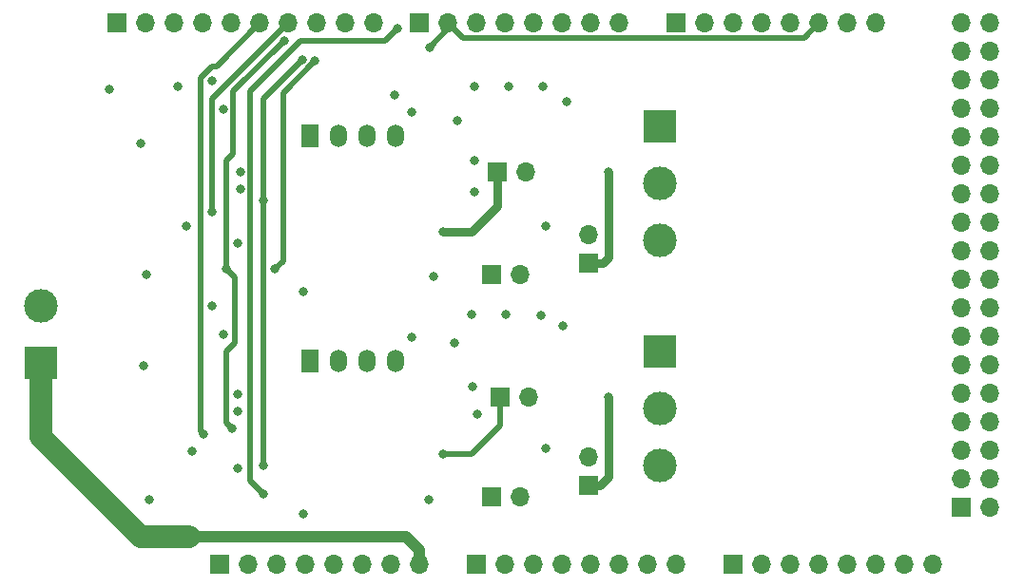
<source format=gbl>
%TF.GenerationSoftware,KiCad,Pcbnew,(6.0.9)*%
%TF.CreationDate,2022-11-14T07:28:00+00:00*%
%TF.ProjectId,mega485,6d656761-3438-4352-9e6b-696361645f70,rev?*%
%TF.SameCoordinates,Original*%
%TF.FileFunction,Copper,L4,Bot*%
%TF.FilePolarity,Positive*%
%FSLAX46Y46*%
G04 Gerber Fmt 4.6, Leading zero omitted, Abs format (unit mm)*
G04 Created by KiCad (PCBNEW (6.0.9)) date 2022-11-14 07:28:00*
%MOMM*%
%LPD*%
G01*
G04 APERTURE LIST*
%TA.AperFunction,ComponentPad*%
%ADD10O,1.700000X1.700000*%
%TD*%
%TA.AperFunction,ComponentPad*%
%ADD11R,1.700000X1.700000*%
%TD*%
%TA.AperFunction,ComponentPad*%
%ADD12C,3.000000*%
%TD*%
%TA.AperFunction,ComponentPad*%
%ADD13R,3.000000X3.000000*%
%TD*%
%TA.AperFunction,ComponentPad*%
%ADD14R,1.500000X2.000000*%
%TD*%
%TA.AperFunction,ComponentPad*%
%ADD15O,1.500000X2.000000*%
%TD*%
%TA.AperFunction,ViaPad*%
%ADD16C,0.800000*%
%TD*%
%TA.AperFunction,Conductor*%
%ADD17C,0.500000*%
%TD*%
%TA.AperFunction,Conductor*%
%ADD18C,0.750000*%
%TD*%
%TA.AperFunction,Conductor*%
%ADD19C,1.000000*%
%TD*%
%TA.AperFunction,Conductor*%
%ADD20C,2.000000*%
%TD*%
G04 APERTURE END LIST*
D10*
%TO.P,J15,2,Pin_2*%
%TO.N,Net-(J9-Pad3)*%
X160782000Y-87889000D03*
D11*
%TO.P,J15,1,Pin_1*%
%TO.N,Net-(J15-Pad1)*%
X160782000Y-90429000D03*
%TD*%
D10*
%TO.P,J14,2,Pin_2*%
%TO.N,ISO5VB*%
X154686000Y-91440000D03*
D11*
%TO.P,J14,1,Pin_1*%
%TO.N,Net-(J14-Pad1)*%
X152146000Y-91440000D03*
%TD*%
%TO.P,J13,1,Pin_1*%
%TO.N,Net-(J13-Pad1)*%
X152903000Y-82550000D03*
D10*
%TO.P,J13,2,Pin_2*%
%TO.N,ISOGNDB*%
X155443000Y-82550000D03*
%TD*%
D11*
%TO.P,J12,1,Pin_1*%
%TO.N,Net-(J12-Pad1)*%
X160782000Y-70617000D03*
D10*
%TO.P,J12,2,Pin_2*%
%TO.N,Net-(D11-Pad1)*%
X160782000Y-68077000D03*
%TD*%
D11*
%TO.P,J11,1,Pin_1*%
%TO.N,Net-(J11-Pad1)*%
X152141000Y-71628000D03*
D10*
%TO.P,J11,2,Pin_2*%
%TO.N,ISOGNDA*%
X154681000Y-71628000D03*
%TD*%
D11*
%TO.P,J10,1,Pin_1*%
%TO.N,Net-(J10-Pad1)*%
X152654000Y-62484000D03*
D10*
%TO.P,J10,2,Pin_2*%
%TO.N,ISOGNDA*%
X155194000Y-62484000D03*
%TD*%
D12*
%TO.P,J16,2,Pin_2*%
%TO.N,GND*%
X112014000Y-74422000D03*
D13*
%TO.P,J16,1,Pin_1*%
%TO.N,+12V*%
X112014000Y-79502000D03*
%TD*%
D11*
%TO.P,J7,1,Pin_1*%
%TO.N,GND*%
X193980000Y-92380000D03*
D10*
%TO.P,J7,2,Pin_2*%
X196520000Y-92380000D03*
%TO.P,J7,3,Pin_3*%
%TO.N,/\u002A52*%
X193980000Y-89840000D03*
%TO.P,J7,4,Pin_4*%
%TO.N,/53*%
X196520000Y-89840000D03*
%TO.P,J7,5,Pin_5*%
%TO.N,/50*%
X193980000Y-87300000D03*
%TO.P,J7,6,Pin_6*%
%TO.N,/51*%
X196520000Y-87300000D03*
%TO.P,J7,7,Pin_7*%
%TO.N,/48*%
X193980000Y-84760000D03*
%TO.P,J7,8,Pin_8*%
%TO.N,/49*%
X196520000Y-84760000D03*
%TO.P,J7,9,Pin_9*%
%TO.N,/\u002A46*%
X193980000Y-82220000D03*
%TO.P,J7,10,Pin_10*%
%TO.N,/47*%
X196520000Y-82220000D03*
%TO.P,J7,11,Pin_11*%
%TO.N,/\u002A44*%
X193980000Y-79680000D03*
%TO.P,J7,12,Pin_12*%
%TO.N,/\u002A45*%
X196520000Y-79680000D03*
%TO.P,J7,13,Pin_13*%
%TO.N,/42*%
X193980000Y-77140000D03*
%TO.P,J7,14,Pin_14*%
%TO.N,/43*%
X196520000Y-77140000D03*
%TO.P,J7,15,Pin_15*%
%TO.N,/40*%
X193980000Y-74600000D03*
%TO.P,J7,16,Pin_16*%
%TO.N,/41*%
X196520000Y-74600000D03*
%TO.P,J7,17,Pin_17*%
%TO.N,/38*%
X193980000Y-72060000D03*
%TO.P,J7,18,Pin_18*%
%TO.N,/39*%
X196520000Y-72060000D03*
%TO.P,J7,19,Pin_19*%
%TO.N,/36*%
X193980000Y-69520000D03*
%TO.P,J7,20,Pin_20*%
%TO.N,/37*%
X196520000Y-69520000D03*
%TO.P,J7,21,Pin_21*%
%TO.N,/34*%
X193980000Y-66980000D03*
%TO.P,J7,22,Pin_22*%
%TO.N,/35*%
X196520000Y-66980000D03*
%TO.P,J7,23,Pin_23*%
%TO.N,/32*%
X193980000Y-64440000D03*
%TO.P,J7,24,Pin_24*%
%TO.N,/33*%
X196520000Y-64440000D03*
%TO.P,J7,25,Pin_25*%
%TO.N,/30*%
X193980000Y-61900000D03*
%TO.P,J7,26,Pin_26*%
%TO.N,/31*%
X196520000Y-61900000D03*
%TO.P,J7,27,Pin_27*%
%TO.N,/28*%
X193980000Y-59360000D03*
%TO.P,J7,28,Pin_28*%
%TO.N,/29*%
X196520000Y-59360000D03*
%TO.P,J7,29,Pin_29*%
%TO.N,/26*%
X193980000Y-56820000D03*
%TO.P,J7,30,Pin_30*%
%TO.N,/27*%
X196520000Y-56820000D03*
%TO.P,J7,31,Pin_31*%
%TO.N,/24*%
X193980000Y-54280000D03*
%TO.P,J7,32,Pin_32*%
%TO.N,/25*%
X196520000Y-54280000D03*
%TO.P,J7,33,Pin_33*%
%TO.N,/22*%
X193980000Y-51740000D03*
%TO.P,J7,34,Pin_34*%
%TO.N,/23*%
X196520000Y-51740000D03*
%TO.P,J7,35,Pin_35*%
%TO.N,+5V*%
X193980000Y-49200000D03*
%TO.P,J7,36,Pin_36*%
X196520000Y-49200000D03*
%TD*%
D11*
%TO.P,J1,1,Pin_1*%
%TO.N,unconnected-(J1-Pad1)*%
X127940000Y-97460000D03*
D10*
%TO.P,J1,2,Pin_2*%
%TO.N,/IOREF*%
X130480000Y-97460000D03*
%TO.P,J1,3,Pin_3*%
%TO.N,A_RESET*%
X133020000Y-97460000D03*
%TO.P,J1,4,Pin_4*%
%TO.N,+3V3*%
X135560000Y-97460000D03*
%TO.P,J1,5,Pin_5*%
%TO.N,+5V*%
X138100000Y-97460000D03*
%TO.P,J1,6,Pin_6*%
%TO.N,GND*%
X140640000Y-97460000D03*
%TO.P,J1,7,Pin_7*%
X143180000Y-97460000D03*
%TO.P,J1,8,Pin_8*%
%TO.N,+12V*%
X145720000Y-97460000D03*
%TD*%
D11*
%TO.P,J3,1,Pin_1*%
%TO.N,/A0*%
X150800000Y-97460000D03*
D10*
%TO.P,J3,2,Pin_2*%
%TO.N,/A1*%
X153340000Y-97460000D03*
%TO.P,J3,3,Pin_3*%
%TO.N,/A2*%
X155880000Y-97460000D03*
%TO.P,J3,4,Pin_4*%
%TO.N,/A3*%
X158420000Y-97460000D03*
%TO.P,J3,5,Pin_5*%
%TO.N,TCK*%
X160960000Y-97460000D03*
%TO.P,J3,6,Pin_6*%
%TO.N,TMS*%
X163500000Y-97460000D03*
%TO.P,J3,7,Pin_7*%
%TO.N,TDO*%
X166040000Y-97460000D03*
%TO.P,J3,8,Pin_8*%
%TO.N,TDI*%
X168580000Y-97460000D03*
%TD*%
D11*
%TO.P,J5,1,Pin_1*%
%TO.N,/A8*%
X173660000Y-97460000D03*
D10*
%TO.P,J5,2,Pin_2*%
%TO.N,/A9*%
X176200000Y-97460000D03*
%TO.P,J5,3,Pin_3*%
%TO.N,/A10*%
X178740000Y-97460000D03*
%TO.P,J5,4,Pin_4*%
%TO.N,/A11*%
X181280000Y-97460000D03*
%TO.P,J5,5,Pin_5*%
%TO.N,/A12*%
X183820000Y-97460000D03*
%TO.P,J5,6,Pin_6*%
%TO.N,/A13*%
X186360000Y-97460000D03*
%TO.P,J5,7,Pin_7*%
%TO.N,/A14*%
X188900000Y-97460000D03*
%TO.P,J5,8,Pin_8*%
%TO.N,/A15*%
X191440000Y-97460000D03*
%TD*%
D11*
%TO.P,J2,1,Pin_1*%
%TO.N,/SCL{slash}21A*%
X118796000Y-49200000D03*
D10*
%TO.P,J2,2,Pin_2*%
%TO.N,/SDA{slash}20A*%
X121336000Y-49200000D03*
%TO.P,J2,3,Pin_3*%
%TO.N,/AREF*%
X123876000Y-49200000D03*
%TO.P,J2,4,Pin_4*%
%TO.N,GND*%
X126416000Y-49200000D03*
%TO.P,J2,5,Pin_5*%
%TO.N,/\u002A13*%
X128956000Y-49200000D03*
%TO.P,J2,6,Pin_6*%
%TO.N,DE-B*%
X131496000Y-49200000D03*
%TO.P,J2,7,Pin_7*%
%TO.N,DE-A*%
X134036000Y-49200000D03*
%TO.P,J2,8,Pin_8*%
%TO.N,LED-1*%
X136576000Y-49200000D03*
%TO.P,J2,9,Pin_9*%
%TO.N,/\u002A9*%
X139116000Y-49200000D03*
%TO.P,J2,10,Pin_10*%
%TO.N,/\u002A8*%
X141656000Y-49200000D03*
%TD*%
D11*
%TO.P,J4,1,Pin_1*%
%TO.N,Rx-B*%
X145720000Y-49200000D03*
D10*
%TO.P,J4,2,Pin_2*%
%TO.N,Rx-A*%
X148260000Y-49200000D03*
%TO.P,J4,3,Pin_3*%
%TO.N,/\u002A5*%
X150800000Y-49200000D03*
%TO.P,J4,4,Pin_4*%
%TO.N,/\u002A4*%
X153340000Y-49200000D03*
%TO.P,J4,5,Pin_5*%
%TO.N,/\u002A3*%
X155880000Y-49200000D03*
%TO.P,J4,6,Pin_6*%
%TO.N,/\u002A2*%
X158420000Y-49200000D03*
%TO.P,J4,7,Pin_7*%
%TO.N,/TX0{slash}1*%
X160960000Y-49200000D03*
%TO.P,J4,8,Pin_8*%
%TO.N,/RX0{slash}0*%
X163500000Y-49200000D03*
%TD*%
D11*
%TO.P,J6,1,Pin_1*%
%TO.N,/TX3{slash}14*%
X168580000Y-49200000D03*
D10*
%TO.P,J6,2,Pin_2*%
%TO.N,/RX3{slash}15*%
X171120000Y-49200000D03*
%TO.P,J6,3,Pin_3*%
%TO.N,Tx-B*%
X173660000Y-49200000D03*
%TO.P,J6,4,Pin_4*%
%TO.N,Rx-B*%
X176200000Y-49200000D03*
%TO.P,J6,5,Pin_5*%
%TO.N,Tx-A*%
X178740000Y-49200000D03*
%TO.P,J6,6,Pin_6*%
%TO.N,Rx-A*%
X181280000Y-49200000D03*
%TO.P,J6,7,Pin_7*%
%TO.N,/SDA{slash}20*%
X183820000Y-49200000D03*
%TO.P,J6,8,Pin_8*%
%TO.N,/SCL{slash}21*%
X186360000Y-49200000D03*
%TD*%
D13*
%TO.P,J8,1,Pin_1*%
%TO.N,Net-(R28-Pad1)*%
X167132000Y-58420000D03*
D12*
%TO.P,J8,2,Pin_2*%
%TO.N,Net-(D11-Pad2)*%
X167132000Y-63500000D03*
%TO.P,J8,3,Pin_3*%
%TO.N,Net-(D11-Pad1)*%
X167132000Y-68580000D03*
%TD*%
D14*
%TO.P,U10,1,-VIN*%
%TO.N,GND*%
X135937500Y-79337500D03*
D15*
%TO.P,U10,2,+VIN*%
%TO.N,Net-(C22-Pad1)*%
X138477500Y-79337500D03*
%TO.P,U10,3,-VOUT*%
%TO.N,ISOGNDB*%
X141017500Y-79337500D03*
%TO.P,U10,4,+VOUT*%
%TO.N,Net-(L5-Pad1)*%
X143557500Y-79337500D03*
%TD*%
D14*
%TO.P,U8,1,-VIN*%
%TO.N,GND*%
X135937500Y-59271500D03*
D15*
%TO.P,U8,2,+VIN*%
%TO.N,Net-(C21-Pad1)*%
X138477500Y-59271500D03*
%TO.P,U8,3,-VOUT*%
%TO.N,ISOGNDA*%
X141017500Y-59271500D03*
%TO.P,U8,4,+VOUT*%
%TO.N,Net-(L4-Pad1)*%
X143557500Y-59271500D03*
%TD*%
D13*
%TO.P,J9,1,Pin_1*%
%TO.N,Net-(J9-Pad1)*%
X167132000Y-78486000D03*
D12*
%TO.P,J9,2,Pin_2*%
%TO.N,Net-(J9-Pad2)*%
X167132000Y-83566000D03*
%TO.P,J9,3,Pin_3*%
%TO.N,Net-(J9-Pad3)*%
X167132000Y-88646000D03*
%TD*%
D16*
%TO.N,Net-(J10-Pad1)*%
X147828000Y-67818000D03*
%TO.N,Net-(J12-Pad1)*%
X162560000Y-62484000D03*
%TO.N,ISOGNDA*%
X158811500Y-56195500D03*
X156972000Y-67310000D03*
%TO.N,Net-(J15-Pad1)*%
X162560000Y-82550000D03*
%TO.N,Net-(J13-Pad1)*%
X147828000Y-87630000D03*
%TO.N,ISOGNDB*%
X158496000Y-76200000D03*
X156972000Y-87122000D03*
%TO.N,GND*%
X121158000Y-79756000D03*
X120904000Y-59944000D03*
X118110000Y-55118000D03*
%TO.N,+5V*%
X124206000Y-54864000D03*
%TO.N,ISOGNDB*%
X146558000Y-91694000D03*
X150876000Y-84074000D03*
%TO.N,ISO5VB*%
X150415500Y-81610500D03*
X148847500Y-77720500D03*
X145034000Y-77216000D03*
%TO.N,ISOGNDB*%
X156511500Y-75231500D03*
X153416000Y-75184000D03*
X150368000Y-75184000D03*
%TO.N,GND*%
X121412000Y-71628000D03*
X121666000Y-91694000D03*
X135382000Y-73152000D03*
X135382000Y-92964000D03*
%TO.N,+5V*%
X125476000Y-87376000D03*
%TO.N,GND*%
X129540000Y-88900000D03*
%TO.N,DE-B*%
X126492000Y-85852000D03*
%TO.N,GND*%
X129540000Y-83820000D03*
%TO.N,+5V*%
X129540000Y-82296000D03*
%TO.N,Rx-B*%
X129032000Y-85344000D03*
%TO.N,+5V*%
X124968000Y-67310000D03*
%TO.N,GND*%
X129540000Y-68834000D03*
%TO.N,Rx-B*%
X128524000Y-71120000D03*
X133620688Y-50816688D03*
%TO.N,GND*%
X127254000Y-74422000D03*
%TO.N,+5V*%
X128270000Y-76962000D03*
%TO.N,Rx-A*%
X131826000Y-88646000D03*
%TO.N,Tx-B*%
X131826000Y-91186000D03*
X143764000Y-49650500D03*
%TO.N,GND*%
X127254000Y-54356000D03*
%TO.N,+5V*%
X128270000Y-56896000D03*
%TO.N,DE-A*%
X127254000Y-66040000D03*
%TO.N,+5V*%
X129794000Y-62484000D03*
%TO.N,GND*%
X129794000Y-64008000D03*
%TO.N,ISOGNDA*%
X149098000Y-57912000D03*
X145034000Y-57150000D03*
X150622000Y-61468000D03*
%TO.N,Tx-A*%
X136398000Y-52578000D03*
%TO.N,Rx-A*%
X135289312Y-52485312D03*
X146599500Y-51349500D03*
X131826000Y-65024000D03*
%TO.N,Tx-A*%
X132842000Y-71120000D03*
%TO.N,ISOGNDA*%
X146939000Y-71755000D03*
X150622000Y-64262000D03*
X143510000Y-55626000D03*
X156718000Y-54864000D03*
X153670000Y-54864000D03*
X150622000Y-54864000D03*
%TD*%
D17*
%TO.N,Tx-B*%
X142614500Y-50800000D02*
X143764000Y-49650500D01*
X135128000Y-50800000D02*
X142614500Y-50800000D01*
X130644000Y-55284000D02*
X135128000Y-50800000D01*
X130644000Y-90004000D02*
X130644000Y-55284000D01*
X131826000Y-91186000D02*
X130644000Y-90004000D01*
D18*
%TO.N,Net-(J15-Pad1)*%
X161793000Y-90429000D02*
X160782000Y-90429000D01*
X162560000Y-89662000D02*
X161793000Y-90429000D01*
X162560000Y-82550000D02*
X162560000Y-89662000D01*
D19*
%TO.N,+12V*%
X145720000Y-96190000D02*
X145720000Y-97460000D01*
X125222000Y-94996000D02*
X144526000Y-94996000D01*
D20*
X120904000Y-94996000D02*
X125222000Y-94996000D01*
D19*
X144526000Y-94996000D02*
X145720000Y-96190000D01*
D20*
X112014000Y-86106000D02*
X120904000Y-94996000D01*
X112014000Y-79502000D02*
X112014000Y-86106000D01*
D17*
%TO.N,Rx-A*%
X146599500Y-51349500D02*
X148260000Y-49689000D01*
X148260000Y-49689000D02*
X148260000Y-49200000D01*
D18*
%TO.N,Net-(J10-Pad1)*%
X150368000Y-67818000D02*
X147828000Y-67818000D01*
X152654000Y-65532000D02*
X150368000Y-67818000D01*
X152654000Y-62484000D02*
X152654000Y-65532000D01*
%TO.N,Net-(J12-Pad1)*%
X162560000Y-70104000D02*
X162560000Y-62484000D01*
X162047000Y-70617000D02*
X162560000Y-70104000D01*
X160782000Y-70617000D02*
X162047000Y-70617000D01*
D17*
%TO.N,Net-(J13-Pad1)*%
X152903000Y-85095000D02*
X150368000Y-87630000D01*
X150368000Y-87630000D02*
X147828000Y-87630000D01*
X152903000Y-82550000D02*
X152903000Y-85095000D01*
%TO.N,DE-B*%
X127254000Y-53086000D02*
X127610000Y-53086000D01*
X126238000Y-54102000D02*
X127254000Y-53086000D01*
X126238000Y-85598000D02*
X126238000Y-54102000D01*
X127610000Y-53086000D02*
X131496000Y-49200000D01*
X126492000Y-85852000D02*
X126238000Y-85598000D01*
%TO.N,Rx-B*%
X128524000Y-84836000D02*
X129032000Y-85344000D01*
X128524000Y-78486000D02*
X128524000Y-84836000D01*
X128524000Y-71120000D02*
X129286000Y-71882000D01*
X129286000Y-71882000D02*
X129286000Y-77724000D01*
X129286000Y-77724000D02*
X128524000Y-78486000D01*
X129120000Y-60872000D02*
X128524000Y-61468000D01*
X129120000Y-55317376D02*
X129120000Y-60872000D01*
X128524000Y-61468000D02*
X128524000Y-71120000D01*
X133620688Y-50816688D02*
X129120000Y-55317376D01*
%TO.N,DE-A*%
X127254000Y-55982000D02*
X134036000Y-49200000D01*
X127254000Y-66040000D02*
X127254000Y-55982000D01*
%TO.N,Rx-A*%
X131826000Y-65024000D02*
X131826000Y-88646000D01*
X131826000Y-55948624D02*
X135289312Y-52485312D01*
X131826000Y-65024000D02*
X131826000Y-55948624D01*
%TO.N,Tx-A*%
X133542000Y-70420000D02*
X132842000Y-71120000D01*
X133542000Y-55434000D02*
X133542000Y-70420000D01*
X136398000Y-52578000D02*
X133542000Y-55434000D01*
%TO.N,Rx-A*%
X149560000Y-50500000D02*
X148260000Y-49200000D01*
X179980000Y-50500000D02*
X149560000Y-50500000D01*
X181280000Y-49200000D02*
X179980000Y-50500000D01*
%TD*%
M02*

</source>
